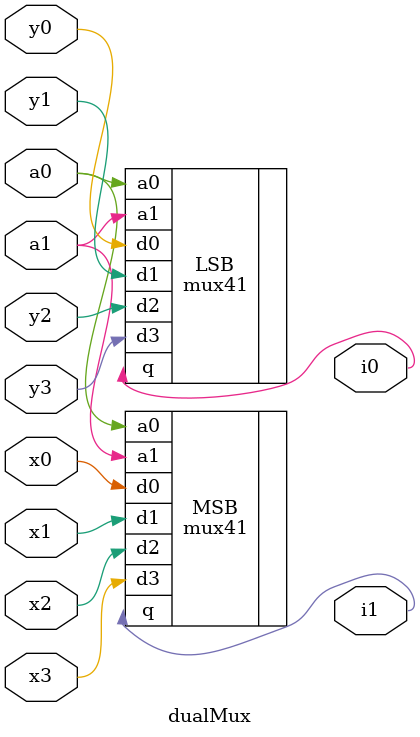
<source format=v>
`ifndef dualMux
`define dualMux
`define N 4
`define M ('N << 2)

`endif

module dualMux (
	input  a1,
	input a0,
	input x3, //MSB of data at 11
	input x2, //MSB of data at 10
	input x1, //MSB of data at 01
	input x0, //MSB of data at 00
	input y3, //LSB of data at 11
	input y2, //LSB of data at 10
	input y1, //LSB of data at 01
	input y0, //LSB of data at 00

	output i1, //MSB of data from RAM being accessed
	output i0  //LSB of data from RAM being accessed
);

mux41 MSB (
	.a1(a1),
	.a0(a0),
	.d3(x3),
	.d2(x2),
	.d1(x1),
	.d0(x0),
	
	.q (i1)
);

mux41 LSB (
	.a1(a1),
	.a0(a0),
	.d3(y3),
	.d2(y2),
	.d1(y1),
	.d0(y0),
	
	.q (i0)
);


endmodule

</source>
